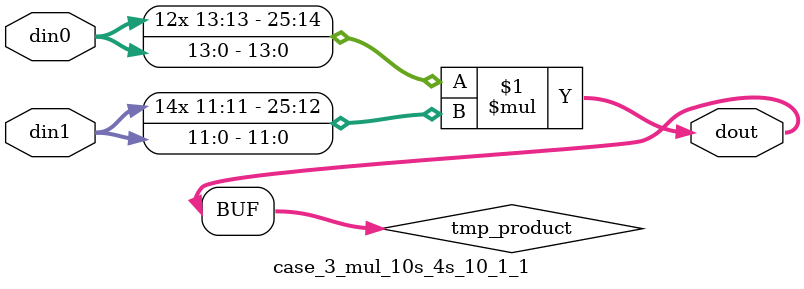
<source format=v>

`timescale 1 ns / 1 ps

 module case_3_mul_10s_4s_10_1_1(din0, din1, dout);
parameter ID = 1;
parameter NUM_STAGE = 0;
parameter din0_WIDTH = 14;
parameter din1_WIDTH = 12;
parameter dout_WIDTH = 26;

input [din0_WIDTH - 1 : 0] din0; 
input [din1_WIDTH - 1 : 0] din1; 
output [dout_WIDTH - 1 : 0] dout;

wire signed [dout_WIDTH - 1 : 0] tmp_product;



























assign tmp_product = $signed(din0) * $signed(din1);








assign dout = tmp_product;





















endmodule

</source>
